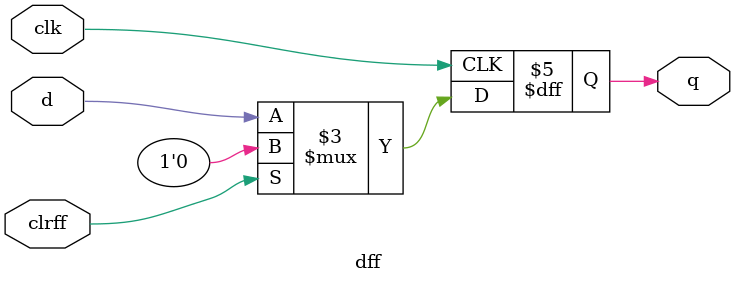
<source format=v>
`timescale 1ns / 1ps


module dff(
    input d, 
    output reg q, 
    input clk, clrff
    );
    
    always@(posedge clk)
    begin
        if(clrff) q <= 0;
        else q <= d;
    end
    
endmodule

</source>
